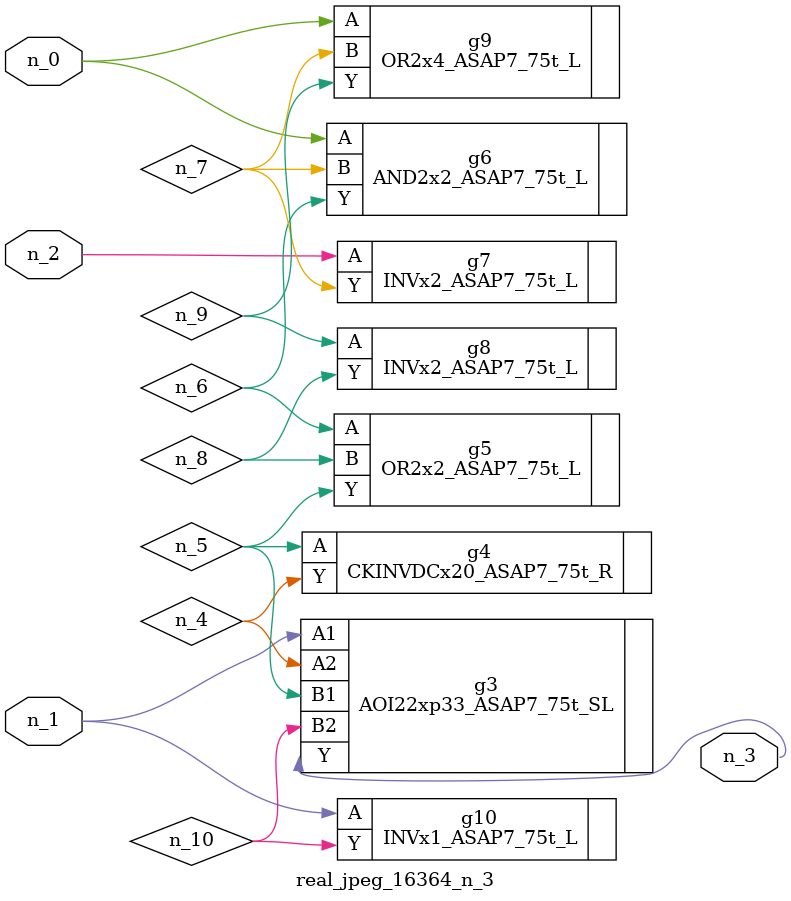
<source format=v>
module real_jpeg_16364_n_3 (n_1, n_0, n_2, n_3);

input n_1;
input n_0;
input n_2;

output n_3;

wire n_5;
wire n_4;
wire n_8;
wire n_6;
wire n_7;
wire n_10;
wire n_9;

AND2x2_ASAP7_75t_L g6 ( 
.A(n_0),
.B(n_7),
.Y(n_6)
);

OR2x4_ASAP7_75t_L g9 ( 
.A(n_0),
.B(n_7),
.Y(n_9)
);

AOI22xp33_ASAP7_75t_SL g3 ( 
.A1(n_1),
.A2(n_4),
.B1(n_5),
.B2(n_10),
.Y(n_3)
);

INVx1_ASAP7_75t_L g10 ( 
.A(n_1),
.Y(n_10)
);

INVx2_ASAP7_75t_L g7 ( 
.A(n_2),
.Y(n_7)
);

CKINVDCx20_ASAP7_75t_R g4 ( 
.A(n_5),
.Y(n_4)
);

OR2x2_ASAP7_75t_L g5 ( 
.A(n_6),
.B(n_8),
.Y(n_5)
);

INVx2_ASAP7_75t_L g8 ( 
.A(n_9),
.Y(n_8)
);


endmodule
</source>
